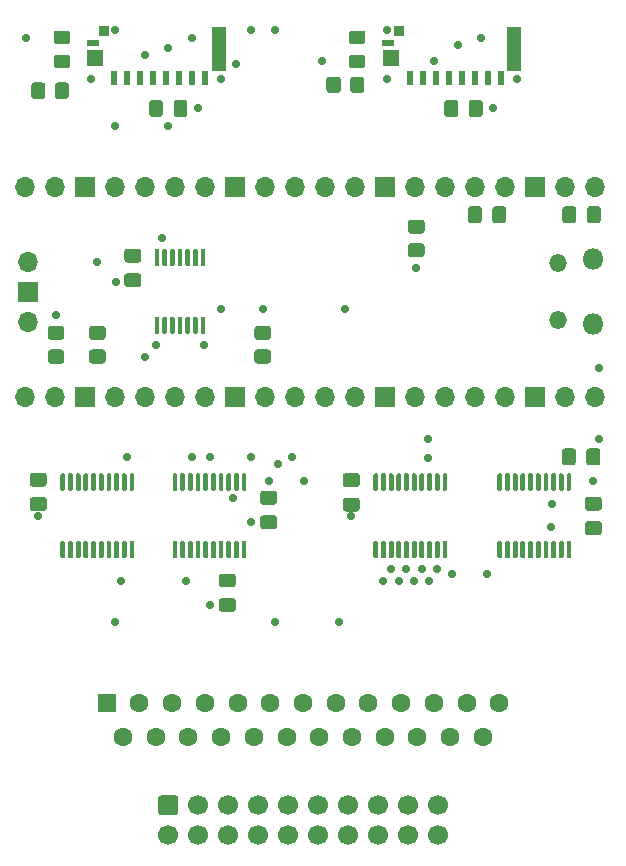
<source format=gbr>
%TF.GenerationSoftware,KiCad,Pcbnew,5.1.9+dfsg1-1*%
%TF.CreationDate,2023-01-11T12:06:23+00:00*%
%TF.ProjectId,Atari_ST_HDD_EMULATOR,41746172-695f-4535-945f-4844445f454d,1.0_dh219*%
%TF.SameCoordinates,Original*%
%TF.FileFunction,Soldermask,Top*%
%TF.FilePolarity,Negative*%
%FSLAX46Y46*%
G04 Gerber Fmt 4.6, Leading zero omitted, Abs format (unit mm)*
G04 Created by KiCad (PCBNEW 5.1.9+dfsg1-1) date 2023-01-11 12:06:23*
%MOMM*%
%LPD*%
G01*
G04 APERTURE LIST*
%ADD10R,0.939800X0.838200*%
%ADD11R,0.990600X0.609600*%
%ADD12R,1.447800X1.397000*%
%ADD13R,1.193800X3.784600*%
%ADD14R,0.609600X1.244600*%
%ADD15O,1.700000X1.700000*%
%ADD16R,1.700000X1.700000*%
%ADD17O,1.500000X1.500000*%
%ADD18O,1.800000X1.800000*%
%ADD19C,1.700000*%
%ADD20C,1.600000*%
%ADD21R,1.600000X1.600000*%
%ADD22C,0.700000*%
G04 APERTURE END LIST*
%TO.C,U6*%
G36*
G01*
X134175000Y-89875000D02*
X133975000Y-89875000D01*
G75*
G02*
X133875000Y-89775000I0J100000D01*
G01*
X133875000Y-88500000D01*
G75*
G02*
X133975000Y-88400000I100000J0D01*
G01*
X134175000Y-88400000D01*
G75*
G02*
X134275000Y-88500000I0J-100000D01*
G01*
X134275000Y-89775000D01*
G75*
G02*
X134175000Y-89875000I-100000J0D01*
G01*
G37*
G36*
G01*
X134825000Y-89875000D02*
X134625000Y-89875000D01*
G75*
G02*
X134525000Y-89775000I0J100000D01*
G01*
X134525000Y-88500000D01*
G75*
G02*
X134625000Y-88400000I100000J0D01*
G01*
X134825000Y-88400000D01*
G75*
G02*
X134925000Y-88500000I0J-100000D01*
G01*
X134925000Y-89775000D01*
G75*
G02*
X134825000Y-89875000I-100000J0D01*
G01*
G37*
G36*
G01*
X135475000Y-89875000D02*
X135275000Y-89875000D01*
G75*
G02*
X135175000Y-89775000I0J100000D01*
G01*
X135175000Y-88500000D01*
G75*
G02*
X135275000Y-88400000I100000J0D01*
G01*
X135475000Y-88400000D01*
G75*
G02*
X135575000Y-88500000I0J-100000D01*
G01*
X135575000Y-89775000D01*
G75*
G02*
X135475000Y-89875000I-100000J0D01*
G01*
G37*
G36*
G01*
X136125000Y-89875000D02*
X135925000Y-89875000D01*
G75*
G02*
X135825000Y-89775000I0J100000D01*
G01*
X135825000Y-88500000D01*
G75*
G02*
X135925000Y-88400000I100000J0D01*
G01*
X136125000Y-88400000D01*
G75*
G02*
X136225000Y-88500000I0J-100000D01*
G01*
X136225000Y-89775000D01*
G75*
G02*
X136125000Y-89875000I-100000J0D01*
G01*
G37*
G36*
G01*
X136775000Y-89875000D02*
X136575000Y-89875000D01*
G75*
G02*
X136475000Y-89775000I0J100000D01*
G01*
X136475000Y-88500000D01*
G75*
G02*
X136575000Y-88400000I100000J0D01*
G01*
X136775000Y-88400000D01*
G75*
G02*
X136875000Y-88500000I0J-100000D01*
G01*
X136875000Y-89775000D01*
G75*
G02*
X136775000Y-89875000I-100000J0D01*
G01*
G37*
G36*
G01*
X137425000Y-89875000D02*
X137225000Y-89875000D01*
G75*
G02*
X137125000Y-89775000I0J100000D01*
G01*
X137125000Y-88500000D01*
G75*
G02*
X137225000Y-88400000I100000J0D01*
G01*
X137425000Y-88400000D01*
G75*
G02*
X137525000Y-88500000I0J-100000D01*
G01*
X137525000Y-89775000D01*
G75*
G02*
X137425000Y-89875000I-100000J0D01*
G01*
G37*
G36*
G01*
X138075000Y-89875000D02*
X137875000Y-89875000D01*
G75*
G02*
X137775000Y-89775000I0J100000D01*
G01*
X137775000Y-88500000D01*
G75*
G02*
X137875000Y-88400000I100000J0D01*
G01*
X138075000Y-88400000D01*
G75*
G02*
X138175000Y-88500000I0J-100000D01*
G01*
X138175000Y-89775000D01*
G75*
G02*
X138075000Y-89875000I-100000J0D01*
G01*
G37*
G36*
G01*
X138725000Y-89875000D02*
X138525000Y-89875000D01*
G75*
G02*
X138425000Y-89775000I0J100000D01*
G01*
X138425000Y-88500000D01*
G75*
G02*
X138525000Y-88400000I100000J0D01*
G01*
X138725000Y-88400000D01*
G75*
G02*
X138825000Y-88500000I0J-100000D01*
G01*
X138825000Y-89775000D01*
G75*
G02*
X138725000Y-89875000I-100000J0D01*
G01*
G37*
G36*
G01*
X139375000Y-89875000D02*
X139175000Y-89875000D01*
G75*
G02*
X139075000Y-89775000I0J100000D01*
G01*
X139075000Y-88500000D01*
G75*
G02*
X139175000Y-88400000I100000J0D01*
G01*
X139375000Y-88400000D01*
G75*
G02*
X139475000Y-88500000I0J-100000D01*
G01*
X139475000Y-89775000D01*
G75*
G02*
X139375000Y-89875000I-100000J0D01*
G01*
G37*
G36*
G01*
X140025000Y-89875000D02*
X139825000Y-89875000D01*
G75*
G02*
X139725000Y-89775000I0J100000D01*
G01*
X139725000Y-88500000D01*
G75*
G02*
X139825000Y-88400000I100000J0D01*
G01*
X140025000Y-88400000D01*
G75*
G02*
X140125000Y-88500000I0J-100000D01*
G01*
X140125000Y-89775000D01*
G75*
G02*
X140025000Y-89875000I-100000J0D01*
G01*
G37*
G36*
G01*
X140025000Y-95600000D02*
X139825000Y-95600000D01*
G75*
G02*
X139725000Y-95500000I0J100000D01*
G01*
X139725000Y-94225000D01*
G75*
G02*
X139825000Y-94125000I100000J0D01*
G01*
X140025000Y-94125000D01*
G75*
G02*
X140125000Y-94225000I0J-100000D01*
G01*
X140125000Y-95500000D01*
G75*
G02*
X140025000Y-95600000I-100000J0D01*
G01*
G37*
G36*
G01*
X139375000Y-95600000D02*
X139175000Y-95600000D01*
G75*
G02*
X139075000Y-95500000I0J100000D01*
G01*
X139075000Y-94225000D01*
G75*
G02*
X139175000Y-94125000I100000J0D01*
G01*
X139375000Y-94125000D01*
G75*
G02*
X139475000Y-94225000I0J-100000D01*
G01*
X139475000Y-95500000D01*
G75*
G02*
X139375000Y-95600000I-100000J0D01*
G01*
G37*
G36*
G01*
X138725000Y-95600000D02*
X138525000Y-95600000D01*
G75*
G02*
X138425000Y-95500000I0J100000D01*
G01*
X138425000Y-94225000D01*
G75*
G02*
X138525000Y-94125000I100000J0D01*
G01*
X138725000Y-94125000D01*
G75*
G02*
X138825000Y-94225000I0J-100000D01*
G01*
X138825000Y-95500000D01*
G75*
G02*
X138725000Y-95600000I-100000J0D01*
G01*
G37*
G36*
G01*
X138075000Y-95600000D02*
X137875000Y-95600000D01*
G75*
G02*
X137775000Y-95500000I0J100000D01*
G01*
X137775000Y-94225000D01*
G75*
G02*
X137875000Y-94125000I100000J0D01*
G01*
X138075000Y-94125000D01*
G75*
G02*
X138175000Y-94225000I0J-100000D01*
G01*
X138175000Y-95500000D01*
G75*
G02*
X138075000Y-95600000I-100000J0D01*
G01*
G37*
G36*
G01*
X137425000Y-95600000D02*
X137225000Y-95600000D01*
G75*
G02*
X137125000Y-95500000I0J100000D01*
G01*
X137125000Y-94225000D01*
G75*
G02*
X137225000Y-94125000I100000J0D01*
G01*
X137425000Y-94125000D01*
G75*
G02*
X137525000Y-94225000I0J-100000D01*
G01*
X137525000Y-95500000D01*
G75*
G02*
X137425000Y-95600000I-100000J0D01*
G01*
G37*
G36*
G01*
X136775000Y-95600000D02*
X136575000Y-95600000D01*
G75*
G02*
X136475000Y-95500000I0J100000D01*
G01*
X136475000Y-94225000D01*
G75*
G02*
X136575000Y-94125000I100000J0D01*
G01*
X136775000Y-94125000D01*
G75*
G02*
X136875000Y-94225000I0J-100000D01*
G01*
X136875000Y-95500000D01*
G75*
G02*
X136775000Y-95600000I-100000J0D01*
G01*
G37*
G36*
G01*
X136125000Y-95600000D02*
X135925000Y-95600000D01*
G75*
G02*
X135825000Y-95500000I0J100000D01*
G01*
X135825000Y-94225000D01*
G75*
G02*
X135925000Y-94125000I100000J0D01*
G01*
X136125000Y-94125000D01*
G75*
G02*
X136225000Y-94225000I0J-100000D01*
G01*
X136225000Y-95500000D01*
G75*
G02*
X136125000Y-95600000I-100000J0D01*
G01*
G37*
G36*
G01*
X135475000Y-95600000D02*
X135275000Y-95600000D01*
G75*
G02*
X135175000Y-95500000I0J100000D01*
G01*
X135175000Y-94225000D01*
G75*
G02*
X135275000Y-94125000I100000J0D01*
G01*
X135475000Y-94125000D01*
G75*
G02*
X135575000Y-94225000I0J-100000D01*
G01*
X135575000Y-95500000D01*
G75*
G02*
X135475000Y-95600000I-100000J0D01*
G01*
G37*
G36*
G01*
X134825000Y-95600000D02*
X134625000Y-95600000D01*
G75*
G02*
X134525000Y-95500000I0J100000D01*
G01*
X134525000Y-94225000D01*
G75*
G02*
X134625000Y-94125000I100000J0D01*
G01*
X134825000Y-94125000D01*
G75*
G02*
X134925000Y-94225000I0J-100000D01*
G01*
X134925000Y-95500000D01*
G75*
G02*
X134825000Y-95600000I-100000J0D01*
G01*
G37*
G36*
G01*
X134175000Y-95600000D02*
X133975000Y-95600000D01*
G75*
G02*
X133875000Y-95500000I0J100000D01*
G01*
X133875000Y-94225000D01*
G75*
G02*
X133975000Y-94125000I100000J0D01*
G01*
X134175000Y-94125000D01*
G75*
G02*
X134275000Y-94225000I0J-100000D01*
G01*
X134275000Y-95500000D01*
G75*
G02*
X134175000Y-95600000I-100000J0D01*
G01*
G37*
%TD*%
%TO.C,U5*%
G36*
G01*
X160675000Y-89875000D02*
X160475000Y-89875000D01*
G75*
G02*
X160375000Y-89775000I0J100000D01*
G01*
X160375000Y-88500000D01*
G75*
G02*
X160475000Y-88400000I100000J0D01*
G01*
X160675000Y-88400000D01*
G75*
G02*
X160775000Y-88500000I0J-100000D01*
G01*
X160775000Y-89775000D01*
G75*
G02*
X160675000Y-89875000I-100000J0D01*
G01*
G37*
G36*
G01*
X161325000Y-89875000D02*
X161125000Y-89875000D01*
G75*
G02*
X161025000Y-89775000I0J100000D01*
G01*
X161025000Y-88500000D01*
G75*
G02*
X161125000Y-88400000I100000J0D01*
G01*
X161325000Y-88400000D01*
G75*
G02*
X161425000Y-88500000I0J-100000D01*
G01*
X161425000Y-89775000D01*
G75*
G02*
X161325000Y-89875000I-100000J0D01*
G01*
G37*
G36*
G01*
X161975000Y-89875000D02*
X161775000Y-89875000D01*
G75*
G02*
X161675000Y-89775000I0J100000D01*
G01*
X161675000Y-88500000D01*
G75*
G02*
X161775000Y-88400000I100000J0D01*
G01*
X161975000Y-88400000D01*
G75*
G02*
X162075000Y-88500000I0J-100000D01*
G01*
X162075000Y-89775000D01*
G75*
G02*
X161975000Y-89875000I-100000J0D01*
G01*
G37*
G36*
G01*
X162625000Y-89875000D02*
X162425000Y-89875000D01*
G75*
G02*
X162325000Y-89775000I0J100000D01*
G01*
X162325000Y-88500000D01*
G75*
G02*
X162425000Y-88400000I100000J0D01*
G01*
X162625000Y-88400000D01*
G75*
G02*
X162725000Y-88500000I0J-100000D01*
G01*
X162725000Y-89775000D01*
G75*
G02*
X162625000Y-89875000I-100000J0D01*
G01*
G37*
G36*
G01*
X163275000Y-89875000D02*
X163075000Y-89875000D01*
G75*
G02*
X162975000Y-89775000I0J100000D01*
G01*
X162975000Y-88500000D01*
G75*
G02*
X163075000Y-88400000I100000J0D01*
G01*
X163275000Y-88400000D01*
G75*
G02*
X163375000Y-88500000I0J-100000D01*
G01*
X163375000Y-89775000D01*
G75*
G02*
X163275000Y-89875000I-100000J0D01*
G01*
G37*
G36*
G01*
X163925000Y-89875000D02*
X163725000Y-89875000D01*
G75*
G02*
X163625000Y-89775000I0J100000D01*
G01*
X163625000Y-88500000D01*
G75*
G02*
X163725000Y-88400000I100000J0D01*
G01*
X163925000Y-88400000D01*
G75*
G02*
X164025000Y-88500000I0J-100000D01*
G01*
X164025000Y-89775000D01*
G75*
G02*
X163925000Y-89875000I-100000J0D01*
G01*
G37*
G36*
G01*
X164575000Y-89875000D02*
X164375000Y-89875000D01*
G75*
G02*
X164275000Y-89775000I0J100000D01*
G01*
X164275000Y-88500000D01*
G75*
G02*
X164375000Y-88400000I100000J0D01*
G01*
X164575000Y-88400000D01*
G75*
G02*
X164675000Y-88500000I0J-100000D01*
G01*
X164675000Y-89775000D01*
G75*
G02*
X164575000Y-89875000I-100000J0D01*
G01*
G37*
G36*
G01*
X165225000Y-89875000D02*
X165025000Y-89875000D01*
G75*
G02*
X164925000Y-89775000I0J100000D01*
G01*
X164925000Y-88500000D01*
G75*
G02*
X165025000Y-88400000I100000J0D01*
G01*
X165225000Y-88400000D01*
G75*
G02*
X165325000Y-88500000I0J-100000D01*
G01*
X165325000Y-89775000D01*
G75*
G02*
X165225000Y-89875000I-100000J0D01*
G01*
G37*
G36*
G01*
X165875000Y-89875000D02*
X165675000Y-89875000D01*
G75*
G02*
X165575000Y-89775000I0J100000D01*
G01*
X165575000Y-88500000D01*
G75*
G02*
X165675000Y-88400000I100000J0D01*
G01*
X165875000Y-88400000D01*
G75*
G02*
X165975000Y-88500000I0J-100000D01*
G01*
X165975000Y-89775000D01*
G75*
G02*
X165875000Y-89875000I-100000J0D01*
G01*
G37*
G36*
G01*
X166525000Y-89875000D02*
X166325000Y-89875000D01*
G75*
G02*
X166225000Y-89775000I0J100000D01*
G01*
X166225000Y-88500000D01*
G75*
G02*
X166325000Y-88400000I100000J0D01*
G01*
X166525000Y-88400000D01*
G75*
G02*
X166625000Y-88500000I0J-100000D01*
G01*
X166625000Y-89775000D01*
G75*
G02*
X166525000Y-89875000I-100000J0D01*
G01*
G37*
G36*
G01*
X166525000Y-95600000D02*
X166325000Y-95600000D01*
G75*
G02*
X166225000Y-95500000I0J100000D01*
G01*
X166225000Y-94225000D01*
G75*
G02*
X166325000Y-94125000I100000J0D01*
G01*
X166525000Y-94125000D01*
G75*
G02*
X166625000Y-94225000I0J-100000D01*
G01*
X166625000Y-95500000D01*
G75*
G02*
X166525000Y-95600000I-100000J0D01*
G01*
G37*
G36*
G01*
X165875000Y-95600000D02*
X165675000Y-95600000D01*
G75*
G02*
X165575000Y-95500000I0J100000D01*
G01*
X165575000Y-94225000D01*
G75*
G02*
X165675000Y-94125000I100000J0D01*
G01*
X165875000Y-94125000D01*
G75*
G02*
X165975000Y-94225000I0J-100000D01*
G01*
X165975000Y-95500000D01*
G75*
G02*
X165875000Y-95600000I-100000J0D01*
G01*
G37*
G36*
G01*
X165225000Y-95600000D02*
X165025000Y-95600000D01*
G75*
G02*
X164925000Y-95500000I0J100000D01*
G01*
X164925000Y-94225000D01*
G75*
G02*
X165025000Y-94125000I100000J0D01*
G01*
X165225000Y-94125000D01*
G75*
G02*
X165325000Y-94225000I0J-100000D01*
G01*
X165325000Y-95500000D01*
G75*
G02*
X165225000Y-95600000I-100000J0D01*
G01*
G37*
G36*
G01*
X164575000Y-95600000D02*
X164375000Y-95600000D01*
G75*
G02*
X164275000Y-95500000I0J100000D01*
G01*
X164275000Y-94225000D01*
G75*
G02*
X164375000Y-94125000I100000J0D01*
G01*
X164575000Y-94125000D01*
G75*
G02*
X164675000Y-94225000I0J-100000D01*
G01*
X164675000Y-95500000D01*
G75*
G02*
X164575000Y-95600000I-100000J0D01*
G01*
G37*
G36*
G01*
X163925000Y-95600000D02*
X163725000Y-95600000D01*
G75*
G02*
X163625000Y-95500000I0J100000D01*
G01*
X163625000Y-94225000D01*
G75*
G02*
X163725000Y-94125000I100000J0D01*
G01*
X163925000Y-94125000D01*
G75*
G02*
X164025000Y-94225000I0J-100000D01*
G01*
X164025000Y-95500000D01*
G75*
G02*
X163925000Y-95600000I-100000J0D01*
G01*
G37*
G36*
G01*
X163275000Y-95600000D02*
X163075000Y-95600000D01*
G75*
G02*
X162975000Y-95500000I0J100000D01*
G01*
X162975000Y-94225000D01*
G75*
G02*
X163075000Y-94125000I100000J0D01*
G01*
X163275000Y-94125000D01*
G75*
G02*
X163375000Y-94225000I0J-100000D01*
G01*
X163375000Y-95500000D01*
G75*
G02*
X163275000Y-95600000I-100000J0D01*
G01*
G37*
G36*
G01*
X162625000Y-95600000D02*
X162425000Y-95600000D01*
G75*
G02*
X162325000Y-95500000I0J100000D01*
G01*
X162325000Y-94225000D01*
G75*
G02*
X162425000Y-94125000I100000J0D01*
G01*
X162625000Y-94125000D01*
G75*
G02*
X162725000Y-94225000I0J-100000D01*
G01*
X162725000Y-95500000D01*
G75*
G02*
X162625000Y-95600000I-100000J0D01*
G01*
G37*
G36*
G01*
X161975000Y-95600000D02*
X161775000Y-95600000D01*
G75*
G02*
X161675000Y-95500000I0J100000D01*
G01*
X161675000Y-94225000D01*
G75*
G02*
X161775000Y-94125000I100000J0D01*
G01*
X161975000Y-94125000D01*
G75*
G02*
X162075000Y-94225000I0J-100000D01*
G01*
X162075000Y-95500000D01*
G75*
G02*
X161975000Y-95600000I-100000J0D01*
G01*
G37*
G36*
G01*
X161325000Y-95600000D02*
X161125000Y-95600000D01*
G75*
G02*
X161025000Y-95500000I0J100000D01*
G01*
X161025000Y-94225000D01*
G75*
G02*
X161125000Y-94125000I100000J0D01*
G01*
X161325000Y-94125000D01*
G75*
G02*
X161425000Y-94225000I0J-100000D01*
G01*
X161425000Y-95500000D01*
G75*
G02*
X161325000Y-95600000I-100000J0D01*
G01*
G37*
G36*
G01*
X160675000Y-95600000D02*
X160475000Y-95600000D01*
G75*
G02*
X160375000Y-95500000I0J100000D01*
G01*
X160375000Y-94225000D01*
G75*
G02*
X160475000Y-94125000I100000J0D01*
G01*
X160675000Y-94125000D01*
G75*
G02*
X160775000Y-94225000I0J-100000D01*
G01*
X160775000Y-95500000D01*
G75*
G02*
X160675000Y-95600000I-100000J0D01*
G01*
G37*
%TD*%
%TO.C,C6*%
G36*
G01*
X131525000Y-90412500D02*
X132475000Y-90412500D01*
G75*
G02*
X132725000Y-90662500I0J-250000D01*
G01*
X132725000Y-91337500D01*
G75*
G02*
X132475000Y-91587500I-250000J0D01*
G01*
X131525000Y-91587500D01*
G75*
G02*
X131275000Y-91337500I0J250000D01*
G01*
X131275000Y-90662500D01*
G75*
G02*
X131525000Y-90412500I250000J0D01*
G01*
G37*
G36*
G01*
X131525000Y-88337500D02*
X132475000Y-88337500D01*
G75*
G02*
X132725000Y-88587500I0J-250000D01*
G01*
X132725000Y-89262500D01*
G75*
G02*
X132475000Y-89512500I-250000J0D01*
G01*
X131525000Y-89512500D01*
G75*
G02*
X131275000Y-89262500I0J250000D01*
G01*
X131275000Y-88587500D01*
G75*
G02*
X131525000Y-88337500I250000J0D01*
G01*
G37*
%TD*%
%TO.C,C1*%
G36*
G01*
X158025000Y-90450000D02*
X158975000Y-90450000D01*
G75*
G02*
X159225000Y-90700000I0J-250000D01*
G01*
X159225000Y-91375000D01*
G75*
G02*
X158975000Y-91625000I-250000J0D01*
G01*
X158025000Y-91625000D01*
G75*
G02*
X157775000Y-91375000I0J250000D01*
G01*
X157775000Y-90700000D01*
G75*
G02*
X158025000Y-90450000I250000J0D01*
G01*
G37*
G36*
G01*
X158025000Y-88375000D02*
X158975000Y-88375000D01*
G75*
G02*
X159225000Y-88625000I0J-250000D01*
G01*
X159225000Y-89300000D01*
G75*
G02*
X158975000Y-89550000I-250000J0D01*
G01*
X158025000Y-89550000D01*
G75*
G02*
X157775000Y-89300000I0J250000D01*
G01*
X157775000Y-88625000D01*
G75*
G02*
X158025000Y-88375000I250000J0D01*
G01*
G37*
%TD*%
%TO.C,C2*%
G36*
G01*
X147525000Y-98950000D02*
X148475000Y-98950000D01*
G75*
G02*
X148725000Y-99200000I0J-250000D01*
G01*
X148725000Y-99875000D01*
G75*
G02*
X148475000Y-100125000I-250000J0D01*
G01*
X147525000Y-100125000D01*
G75*
G02*
X147275000Y-99875000I0J250000D01*
G01*
X147275000Y-99200000D01*
G75*
G02*
X147525000Y-98950000I250000J0D01*
G01*
G37*
G36*
G01*
X147525000Y-96875000D02*
X148475000Y-96875000D01*
G75*
G02*
X148725000Y-97125000I0J-250000D01*
G01*
X148725000Y-97800000D01*
G75*
G02*
X148475000Y-98050000I-250000J0D01*
G01*
X147525000Y-98050000D01*
G75*
G02*
X147275000Y-97800000I0J250000D01*
G01*
X147275000Y-97125000D01*
G75*
G02*
X147525000Y-96875000I250000J0D01*
G01*
G37*
%TD*%
%TO.C,C7*%
G36*
G01*
X139525000Y-71450000D02*
X140475000Y-71450000D01*
G75*
G02*
X140725000Y-71700000I0J-250000D01*
G01*
X140725000Y-72375000D01*
G75*
G02*
X140475000Y-72625000I-250000J0D01*
G01*
X139525000Y-72625000D01*
G75*
G02*
X139275000Y-72375000I0J250000D01*
G01*
X139275000Y-71700000D01*
G75*
G02*
X139525000Y-71450000I250000J0D01*
G01*
G37*
G36*
G01*
X139525000Y-69375000D02*
X140475000Y-69375000D01*
G75*
G02*
X140725000Y-69625000I0J-250000D01*
G01*
X140725000Y-70300000D01*
G75*
G02*
X140475000Y-70550000I-250000J0D01*
G01*
X139525000Y-70550000D01*
G75*
G02*
X139275000Y-70300000I0J250000D01*
G01*
X139275000Y-69625000D01*
G75*
G02*
X139525000Y-69375000I250000J0D01*
G01*
G37*
%TD*%
%TO.C,C3*%
G36*
G01*
X179475000Y-91550000D02*
X178525000Y-91550000D01*
G75*
G02*
X178275000Y-91300000I0J250000D01*
G01*
X178275000Y-90625000D01*
G75*
G02*
X178525000Y-90375000I250000J0D01*
G01*
X179475000Y-90375000D01*
G75*
G02*
X179725000Y-90625000I0J-250000D01*
G01*
X179725000Y-91300000D01*
G75*
G02*
X179475000Y-91550000I-250000J0D01*
G01*
G37*
G36*
G01*
X179475000Y-93625000D02*
X178525000Y-93625000D01*
G75*
G02*
X178275000Y-93375000I0J250000D01*
G01*
X178275000Y-92700000D01*
G75*
G02*
X178525000Y-92450000I250000J0D01*
G01*
X179475000Y-92450000D01*
G75*
G02*
X179725000Y-92700000I0J-250000D01*
G01*
X179725000Y-93375000D01*
G75*
G02*
X179475000Y-93625000I-250000J0D01*
G01*
G37*
%TD*%
%TO.C,C4*%
G36*
G01*
X151025000Y-91950000D02*
X151975000Y-91950000D01*
G75*
G02*
X152225000Y-92200000I0J-250000D01*
G01*
X152225000Y-92875000D01*
G75*
G02*
X151975000Y-93125000I-250000J0D01*
G01*
X151025000Y-93125000D01*
G75*
G02*
X150775000Y-92875000I0J250000D01*
G01*
X150775000Y-92200000D01*
G75*
G02*
X151025000Y-91950000I250000J0D01*
G01*
G37*
G36*
G01*
X151025000Y-89875000D02*
X151975000Y-89875000D01*
G75*
G02*
X152225000Y-90125000I0J-250000D01*
G01*
X152225000Y-90800000D01*
G75*
G02*
X151975000Y-91050000I-250000J0D01*
G01*
X151025000Y-91050000D01*
G75*
G02*
X150775000Y-90800000I0J250000D01*
G01*
X150775000Y-90125000D01*
G75*
G02*
X151025000Y-89875000I250000J0D01*
G01*
G37*
%TD*%
%TO.C,C5*%
G36*
G01*
X178412500Y-87475000D02*
X178412500Y-86525000D01*
G75*
G02*
X178662500Y-86275000I250000J0D01*
G01*
X179337500Y-86275000D01*
G75*
G02*
X179587500Y-86525000I0J-250000D01*
G01*
X179587500Y-87475000D01*
G75*
G02*
X179337500Y-87725000I-250000J0D01*
G01*
X178662500Y-87725000D01*
G75*
G02*
X178412500Y-87475000I0J250000D01*
G01*
G37*
G36*
G01*
X176337500Y-87475000D02*
X176337500Y-86525000D01*
G75*
G02*
X176587500Y-86275000I250000J0D01*
G01*
X177262500Y-86275000D01*
G75*
G02*
X177512500Y-86525000I0J-250000D01*
G01*
X177512500Y-87475000D01*
G75*
G02*
X177262500Y-87725000I-250000J0D01*
G01*
X176587500Y-87725000D01*
G75*
G02*
X176337500Y-87475000I0J250000D01*
G01*
G37*
%TD*%
D10*
%TO.C,J4*%
X137525000Y-50980899D03*
D11*
X136600001Y-51955901D03*
D12*
X136825499Y-53205901D03*
D13*
X147299964Y-52450901D03*
D14*
X146149999Y-54930899D03*
X145050002Y-54930899D03*
X143950001Y-54930899D03*
X142850001Y-54930899D03*
X141750000Y-54930899D03*
X140650000Y-54930899D03*
X139550000Y-54930899D03*
X138449999Y-54930899D03*
%TD*%
D15*
%TO.C,U4*%
X131100000Y-70460000D03*
D16*
X131100000Y-73000000D03*
D15*
X131100000Y-75540000D03*
D17*
X175970000Y-70575000D03*
X175970000Y-75425000D03*
D18*
X179000000Y-70275000D03*
X179000000Y-75725000D03*
D15*
X179130000Y-64110000D03*
X176590000Y-64110000D03*
D16*
X174050000Y-64110000D03*
D15*
X171510000Y-64110000D03*
X168970000Y-64110000D03*
X166430000Y-64110000D03*
X163890000Y-64110000D03*
D16*
X161350000Y-64110000D03*
D15*
X158810000Y-64110000D03*
X156270000Y-64110000D03*
X153730000Y-64110000D03*
X151190000Y-64110000D03*
D16*
X148650000Y-64110000D03*
D15*
X146110000Y-64110000D03*
X143570000Y-64110000D03*
X141030000Y-64110000D03*
X138490000Y-64110000D03*
D16*
X135950000Y-64110000D03*
D15*
X133410000Y-64110000D03*
X130870000Y-64110000D03*
X130870000Y-81890000D03*
X133410000Y-81890000D03*
D16*
X135950000Y-81890000D03*
D15*
X138490000Y-81890000D03*
X141030000Y-81890000D03*
X143570000Y-81890000D03*
X146110000Y-81890000D03*
D16*
X148650000Y-81890000D03*
D15*
X151190000Y-81890000D03*
X153730000Y-81890000D03*
X156270000Y-81890000D03*
X158810000Y-81890000D03*
D16*
X161350000Y-81890000D03*
D15*
X163890000Y-81890000D03*
X166430000Y-81890000D03*
X168970000Y-81890000D03*
X171510000Y-81890000D03*
D16*
X174050000Y-81890000D03*
D15*
X176590000Y-81890000D03*
X179130000Y-81890000D03*
%TD*%
D19*
%TO.C,J2*%
X165860000Y-119040000D03*
X163320000Y-119040000D03*
X160780000Y-119040000D03*
X158240000Y-119040000D03*
X155700000Y-119040000D03*
X153160000Y-119040000D03*
X150620000Y-119040000D03*
X148080000Y-119040000D03*
X145540000Y-119040000D03*
X143000000Y-119040000D03*
X165860000Y-116500000D03*
X163320000Y-116500000D03*
X160780000Y-116500000D03*
X158240000Y-116500000D03*
X155700000Y-116500000D03*
X153160000Y-116500000D03*
X150620000Y-116500000D03*
X148080000Y-116500000D03*
X145540000Y-116500000D03*
G36*
G01*
X142400000Y-115650000D02*
X143600000Y-115650000D01*
G75*
G02*
X143850000Y-115900000I0J-250000D01*
G01*
X143850000Y-117100000D01*
G75*
G02*
X143600000Y-117350000I-250000J0D01*
G01*
X142400000Y-117350000D01*
G75*
G02*
X142150000Y-117100000I0J250000D01*
G01*
X142150000Y-115900000D01*
G75*
G02*
X142400000Y-115650000I250000J0D01*
G01*
G37*
%TD*%
%TO.C,U3*%
G36*
G01*
X142150000Y-70875000D02*
X141950000Y-70875000D01*
G75*
G02*
X141850000Y-70775000I0J100000D01*
G01*
X141850000Y-69500000D01*
G75*
G02*
X141950000Y-69400000I100000J0D01*
G01*
X142150000Y-69400000D01*
G75*
G02*
X142250000Y-69500000I0J-100000D01*
G01*
X142250000Y-70775000D01*
G75*
G02*
X142150000Y-70875000I-100000J0D01*
G01*
G37*
G36*
G01*
X142800000Y-70875000D02*
X142600000Y-70875000D01*
G75*
G02*
X142500000Y-70775000I0J100000D01*
G01*
X142500000Y-69500000D01*
G75*
G02*
X142600000Y-69400000I100000J0D01*
G01*
X142800000Y-69400000D01*
G75*
G02*
X142900000Y-69500000I0J-100000D01*
G01*
X142900000Y-70775000D01*
G75*
G02*
X142800000Y-70875000I-100000J0D01*
G01*
G37*
G36*
G01*
X143450000Y-70875000D02*
X143250000Y-70875000D01*
G75*
G02*
X143150000Y-70775000I0J100000D01*
G01*
X143150000Y-69500000D01*
G75*
G02*
X143250000Y-69400000I100000J0D01*
G01*
X143450000Y-69400000D01*
G75*
G02*
X143550000Y-69500000I0J-100000D01*
G01*
X143550000Y-70775000D01*
G75*
G02*
X143450000Y-70875000I-100000J0D01*
G01*
G37*
G36*
G01*
X144100000Y-70875000D02*
X143900000Y-70875000D01*
G75*
G02*
X143800000Y-70775000I0J100000D01*
G01*
X143800000Y-69500000D01*
G75*
G02*
X143900000Y-69400000I100000J0D01*
G01*
X144100000Y-69400000D01*
G75*
G02*
X144200000Y-69500000I0J-100000D01*
G01*
X144200000Y-70775000D01*
G75*
G02*
X144100000Y-70875000I-100000J0D01*
G01*
G37*
G36*
G01*
X144750000Y-70875000D02*
X144550000Y-70875000D01*
G75*
G02*
X144450000Y-70775000I0J100000D01*
G01*
X144450000Y-69500000D01*
G75*
G02*
X144550000Y-69400000I100000J0D01*
G01*
X144750000Y-69400000D01*
G75*
G02*
X144850000Y-69500000I0J-100000D01*
G01*
X144850000Y-70775000D01*
G75*
G02*
X144750000Y-70875000I-100000J0D01*
G01*
G37*
G36*
G01*
X145400000Y-70875000D02*
X145200000Y-70875000D01*
G75*
G02*
X145100000Y-70775000I0J100000D01*
G01*
X145100000Y-69500000D01*
G75*
G02*
X145200000Y-69400000I100000J0D01*
G01*
X145400000Y-69400000D01*
G75*
G02*
X145500000Y-69500000I0J-100000D01*
G01*
X145500000Y-70775000D01*
G75*
G02*
X145400000Y-70875000I-100000J0D01*
G01*
G37*
G36*
G01*
X146050000Y-70875000D02*
X145850000Y-70875000D01*
G75*
G02*
X145750000Y-70775000I0J100000D01*
G01*
X145750000Y-69500000D01*
G75*
G02*
X145850000Y-69400000I100000J0D01*
G01*
X146050000Y-69400000D01*
G75*
G02*
X146150000Y-69500000I0J-100000D01*
G01*
X146150000Y-70775000D01*
G75*
G02*
X146050000Y-70875000I-100000J0D01*
G01*
G37*
G36*
G01*
X146050000Y-76600000D02*
X145850000Y-76600000D01*
G75*
G02*
X145750000Y-76500000I0J100000D01*
G01*
X145750000Y-75225000D01*
G75*
G02*
X145850000Y-75125000I100000J0D01*
G01*
X146050000Y-75125000D01*
G75*
G02*
X146150000Y-75225000I0J-100000D01*
G01*
X146150000Y-76500000D01*
G75*
G02*
X146050000Y-76600000I-100000J0D01*
G01*
G37*
G36*
G01*
X145400000Y-76600000D02*
X145200000Y-76600000D01*
G75*
G02*
X145100000Y-76500000I0J100000D01*
G01*
X145100000Y-75225000D01*
G75*
G02*
X145200000Y-75125000I100000J0D01*
G01*
X145400000Y-75125000D01*
G75*
G02*
X145500000Y-75225000I0J-100000D01*
G01*
X145500000Y-76500000D01*
G75*
G02*
X145400000Y-76600000I-100000J0D01*
G01*
G37*
G36*
G01*
X144750000Y-76600000D02*
X144550000Y-76600000D01*
G75*
G02*
X144450000Y-76500000I0J100000D01*
G01*
X144450000Y-75225000D01*
G75*
G02*
X144550000Y-75125000I100000J0D01*
G01*
X144750000Y-75125000D01*
G75*
G02*
X144850000Y-75225000I0J-100000D01*
G01*
X144850000Y-76500000D01*
G75*
G02*
X144750000Y-76600000I-100000J0D01*
G01*
G37*
G36*
G01*
X144100000Y-76600000D02*
X143900000Y-76600000D01*
G75*
G02*
X143800000Y-76500000I0J100000D01*
G01*
X143800000Y-75225000D01*
G75*
G02*
X143900000Y-75125000I100000J0D01*
G01*
X144100000Y-75125000D01*
G75*
G02*
X144200000Y-75225000I0J-100000D01*
G01*
X144200000Y-76500000D01*
G75*
G02*
X144100000Y-76600000I-100000J0D01*
G01*
G37*
G36*
G01*
X143450000Y-76600000D02*
X143250000Y-76600000D01*
G75*
G02*
X143150000Y-76500000I0J100000D01*
G01*
X143150000Y-75225000D01*
G75*
G02*
X143250000Y-75125000I100000J0D01*
G01*
X143450000Y-75125000D01*
G75*
G02*
X143550000Y-75225000I0J-100000D01*
G01*
X143550000Y-76500000D01*
G75*
G02*
X143450000Y-76600000I-100000J0D01*
G01*
G37*
G36*
G01*
X142800000Y-76600000D02*
X142600000Y-76600000D01*
G75*
G02*
X142500000Y-76500000I0J100000D01*
G01*
X142500000Y-75225000D01*
G75*
G02*
X142600000Y-75125000I100000J0D01*
G01*
X142800000Y-75125000D01*
G75*
G02*
X142900000Y-75225000I0J-100000D01*
G01*
X142900000Y-76500000D01*
G75*
G02*
X142800000Y-76600000I-100000J0D01*
G01*
G37*
G36*
G01*
X142150000Y-76600000D02*
X141950000Y-76600000D01*
G75*
G02*
X141850000Y-76500000I0J100000D01*
G01*
X141850000Y-75225000D01*
G75*
G02*
X141950000Y-75125000I100000J0D01*
G01*
X142150000Y-75125000D01*
G75*
G02*
X142250000Y-75225000I0J-100000D01*
G01*
X142250000Y-76500000D01*
G75*
G02*
X142150000Y-76600000I-100000J0D01*
G01*
G37*
%TD*%
%TO.C,R1*%
G36*
G01*
X163549999Y-68900000D02*
X164450001Y-68900000D01*
G75*
G02*
X164700000Y-69149999I0J-249999D01*
G01*
X164700000Y-69850001D01*
G75*
G02*
X164450001Y-70100000I-249999J0D01*
G01*
X163549999Y-70100000D01*
G75*
G02*
X163300000Y-69850001I0J249999D01*
G01*
X163300000Y-69149999D01*
G75*
G02*
X163549999Y-68900000I249999J0D01*
G01*
G37*
G36*
G01*
X163549999Y-66900000D02*
X164450001Y-66900000D01*
G75*
G02*
X164700000Y-67149999I0J-249999D01*
G01*
X164700000Y-67850001D01*
G75*
G02*
X164450001Y-68100000I-249999J0D01*
G01*
X163549999Y-68100000D01*
G75*
G02*
X163300000Y-67850001I0J249999D01*
G01*
X163300000Y-67149999D01*
G75*
G02*
X163549999Y-66900000I249999J0D01*
G01*
G37*
%TD*%
%TO.C,R4*%
G36*
G01*
X150549999Y-77900000D02*
X151450001Y-77900000D01*
G75*
G02*
X151700000Y-78149999I0J-249999D01*
G01*
X151700000Y-78850001D01*
G75*
G02*
X151450001Y-79100000I-249999J0D01*
G01*
X150549999Y-79100000D01*
G75*
G02*
X150300000Y-78850001I0J249999D01*
G01*
X150300000Y-78149999D01*
G75*
G02*
X150549999Y-77900000I249999J0D01*
G01*
G37*
G36*
G01*
X150549999Y-75900000D02*
X151450001Y-75900000D01*
G75*
G02*
X151700000Y-76149999I0J-249999D01*
G01*
X151700000Y-76850001D01*
G75*
G02*
X151450001Y-77100000I-249999J0D01*
G01*
X150549999Y-77100000D01*
G75*
G02*
X150300000Y-76850001I0J249999D01*
G01*
X150300000Y-76149999D01*
G75*
G02*
X150549999Y-75900000I249999J0D01*
G01*
G37*
%TD*%
%TO.C,R3*%
G36*
G01*
X136549999Y-77900000D02*
X137450001Y-77900000D01*
G75*
G02*
X137700000Y-78149999I0J-249999D01*
G01*
X137700000Y-78850001D01*
G75*
G02*
X137450001Y-79100000I-249999J0D01*
G01*
X136549999Y-79100000D01*
G75*
G02*
X136300000Y-78850001I0J249999D01*
G01*
X136300000Y-78149999D01*
G75*
G02*
X136549999Y-77900000I249999J0D01*
G01*
G37*
G36*
G01*
X136549999Y-75900000D02*
X137450001Y-75900000D01*
G75*
G02*
X137700000Y-76149999I0J-249999D01*
G01*
X137700000Y-76850001D01*
G75*
G02*
X137450001Y-77100000I-249999J0D01*
G01*
X136549999Y-77100000D01*
G75*
G02*
X136300000Y-76850001I0J249999D01*
G01*
X136300000Y-76149999D01*
G75*
G02*
X136549999Y-75900000I249999J0D01*
G01*
G37*
%TD*%
%TO.C,R2*%
G36*
G01*
X133950001Y-77100000D02*
X133049999Y-77100000D01*
G75*
G02*
X132800000Y-76850001I0J249999D01*
G01*
X132800000Y-76149999D01*
G75*
G02*
X133049999Y-75900000I249999J0D01*
G01*
X133950001Y-75900000D01*
G75*
G02*
X134200000Y-76149999I0J-249999D01*
G01*
X134200000Y-76850001D01*
G75*
G02*
X133950001Y-77100000I-249999J0D01*
G01*
G37*
G36*
G01*
X133950001Y-79100000D02*
X133049999Y-79100000D01*
G75*
G02*
X132800000Y-78850001I0J249999D01*
G01*
X132800000Y-78149999D01*
G75*
G02*
X133049999Y-77900000I249999J0D01*
G01*
X133950001Y-77900000D01*
G75*
G02*
X134200000Y-78149999I0J-249999D01*
G01*
X134200000Y-78850001D01*
G75*
G02*
X133950001Y-79100000I-249999J0D01*
G01*
G37*
%TD*%
%TO.C,R5*%
G36*
G01*
X157600000Y-55049999D02*
X157600000Y-55950001D01*
G75*
G02*
X157350001Y-56200000I-249999J0D01*
G01*
X156649999Y-56200000D01*
G75*
G02*
X156400000Y-55950001I0J249999D01*
G01*
X156400000Y-55049999D01*
G75*
G02*
X156649999Y-54800000I249999J0D01*
G01*
X157350001Y-54800000D01*
G75*
G02*
X157600000Y-55049999I0J-249999D01*
G01*
G37*
G36*
G01*
X159600000Y-55049999D02*
X159600000Y-55950001D01*
G75*
G02*
X159350001Y-56200000I-249999J0D01*
G01*
X158649999Y-56200000D01*
G75*
G02*
X158400000Y-55950001I0J249999D01*
G01*
X158400000Y-55049999D01*
G75*
G02*
X158649999Y-54800000I249999J0D01*
G01*
X159350001Y-54800000D01*
G75*
G02*
X159600000Y-55049999I0J-249999D01*
G01*
G37*
%TD*%
%TO.C,R6*%
G36*
G01*
X132600000Y-55549999D02*
X132600000Y-56450001D01*
G75*
G02*
X132350001Y-56700000I-249999J0D01*
G01*
X131649999Y-56700000D01*
G75*
G02*
X131400000Y-56450001I0J249999D01*
G01*
X131400000Y-55549999D01*
G75*
G02*
X131649999Y-55300000I249999J0D01*
G01*
X132350001Y-55300000D01*
G75*
G02*
X132600000Y-55549999I0J-249999D01*
G01*
G37*
G36*
G01*
X134600000Y-55549999D02*
X134600000Y-56450001D01*
G75*
G02*
X134350001Y-56700000I-249999J0D01*
G01*
X133649999Y-56700000D01*
G75*
G02*
X133400000Y-56450001I0J249999D01*
G01*
X133400000Y-55549999D01*
G75*
G02*
X133649999Y-55300000I249999J0D01*
G01*
X134350001Y-55300000D01*
G75*
G02*
X134600000Y-55549999I0J-249999D01*
G01*
G37*
%TD*%
%TO.C,D1*%
G36*
G01*
X159450001Y-52050000D02*
X158549999Y-52050000D01*
G75*
G02*
X158300000Y-51800001I0J249999D01*
G01*
X158300000Y-51149999D01*
G75*
G02*
X158549999Y-50900000I249999J0D01*
G01*
X159450001Y-50900000D01*
G75*
G02*
X159700000Y-51149999I0J-249999D01*
G01*
X159700000Y-51800001D01*
G75*
G02*
X159450001Y-52050000I-249999J0D01*
G01*
G37*
G36*
G01*
X159450001Y-54100000D02*
X158549999Y-54100000D01*
G75*
G02*
X158300000Y-53850001I0J249999D01*
G01*
X158300000Y-53199999D01*
G75*
G02*
X158549999Y-52950000I249999J0D01*
G01*
X159450001Y-52950000D01*
G75*
G02*
X159700000Y-53199999I0J-249999D01*
G01*
X159700000Y-53850001D01*
G75*
G02*
X159450001Y-54100000I-249999J0D01*
G01*
G37*
%TD*%
%TO.C,D2*%
G36*
G01*
X134450001Y-52050000D02*
X133549999Y-52050000D01*
G75*
G02*
X133300000Y-51800001I0J249999D01*
G01*
X133300000Y-51149999D01*
G75*
G02*
X133549999Y-50900000I249999J0D01*
G01*
X134450001Y-50900000D01*
G75*
G02*
X134700000Y-51149999I0J-249999D01*
G01*
X134700000Y-51800001D01*
G75*
G02*
X134450001Y-52050000I-249999J0D01*
G01*
G37*
G36*
G01*
X134450001Y-54100000D02*
X133549999Y-54100000D01*
G75*
G02*
X133300000Y-53850001I0J249999D01*
G01*
X133300000Y-53199999D01*
G75*
G02*
X133549999Y-52950000I249999J0D01*
G01*
X134450001Y-52950000D01*
G75*
G02*
X134700000Y-53199999I0J-249999D01*
G01*
X134700000Y-53850001D01*
G75*
G02*
X134450001Y-54100000I-249999J0D01*
G01*
G37*
%TD*%
%TO.C,C10*%
G36*
G01*
X143450000Y-57975000D02*
X143450000Y-57025000D01*
G75*
G02*
X143700000Y-56775000I250000J0D01*
G01*
X144375000Y-56775000D01*
G75*
G02*
X144625000Y-57025000I0J-250000D01*
G01*
X144625000Y-57975000D01*
G75*
G02*
X144375000Y-58225000I-250000J0D01*
G01*
X143700000Y-58225000D01*
G75*
G02*
X143450000Y-57975000I0J250000D01*
G01*
G37*
G36*
G01*
X141375000Y-57975000D02*
X141375000Y-57025000D01*
G75*
G02*
X141625000Y-56775000I250000J0D01*
G01*
X142300000Y-56775000D01*
G75*
G02*
X142550000Y-57025000I0J-250000D01*
G01*
X142550000Y-57975000D01*
G75*
G02*
X142300000Y-58225000I-250000J0D01*
G01*
X141625000Y-58225000D01*
G75*
G02*
X141375000Y-57975000I0J250000D01*
G01*
G37*
%TD*%
%TO.C,C9*%
G36*
G01*
X168450000Y-57975000D02*
X168450000Y-57025000D01*
G75*
G02*
X168700000Y-56775000I250000J0D01*
G01*
X169375000Y-56775000D01*
G75*
G02*
X169625000Y-57025000I0J-250000D01*
G01*
X169625000Y-57975000D01*
G75*
G02*
X169375000Y-58225000I-250000J0D01*
G01*
X168700000Y-58225000D01*
G75*
G02*
X168450000Y-57975000I0J250000D01*
G01*
G37*
G36*
G01*
X166375000Y-57975000D02*
X166375000Y-57025000D01*
G75*
G02*
X166625000Y-56775000I250000J0D01*
G01*
X167300000Y-56775000D01*
G75*
G02*
X167550000Y-57025000I0J-250000D01*
G01*
X167550000Y-57975000D01*
G75*
G02*
X167300000Y-58225000I-250000J0D01*
G01*
X166625000Y-58225000D01*
G75*
G02*
X166375000Y-57975000I0J250000D01*
G01*
G37*
%TD*%
%TO.C,C11*%
G36*
G01*
X170450000Y-66975000D02*
X170450000Y-66025000D01*
G75*
G02*
X170700000Y-65775000I250000J0D01*
G01*
X171375000Y-65775000D01*
G75*
G02*
X171625000Y-66025000I0J-250000D01*
G01*
X171625000Y-66975000D01*
G75*
G02*
X171375000Y-67225000I-250000J0D01*
G01*
X170700000Y-67225000D01*
G75*
G02*
X170450000Y-66975000I0J250000D01*
G01*
G37*
G36*
G01*
X168375000Y-66975000D02*
X168375000Y-66025000D01*
G75*
G02*
X168625000Y-65775000I250000J0D01*
G01*
X169300000Y-65775000D01*
G75*
G02*
X169550000Y-66025000I0J-250000D01*
G01*
X169550000Y-66975000D01*
G75*
G02*
X169300000Y-67225000I-250000J0D01*
G01*
X168625000Y-67225000D01*
G75*
G02*
X168375000Y-66975000I0J250000D01*
G01*
G37*
%TD*%
%TO.C,C8*%
G36*
G01*
X177550000Y-66025000D02*
X177550000Y-66975000D01*
G75*
G02*
X177300000Y-67225000I-250000J0D01*
G01*
X176625000Y-67225000D01*
G75*
G02*
X176375000Y-66975000I0J250000D01*
G01*
X176375000Y-66025000D01*
G75*
G02*
X176625000Y-65775000I250000J0D01*
G01*
X177300000Y-65775000D01*
G75*
G02*
X177550000Y-66025000I0J-250000D01*
G01*
G37*
G36*
G01*
X179625000Y-66025000D02*
X179625000Y-66975000D01*
G75*
G02*
X179375000Y-67225000I-250000J0D01*
G01*
X178700000Y-67225000D01*
G75*
G02*
X178450000Y-66975000I0J250000D01*
G01*
X178450000Y-66025000D01*
G75*
G02*
X178700000Y-65775000I250000J0D01*
G01*
X179375000Y-65775000D01*
G75*
G02*
X179625000Y-66025000I0J-250000D01*
G01*
G37*
%TD*%
%TO.C,U2*%
G36*
G01*
X149325000Y-94125000D02*
X149525000Y-94125000D01*
G75*
G02*
X149625000Y-94225000I0J-100000D01*
G01*
X149625000Y-95500000D01*
G75*
G02*
X149525000Y-95600000I-100000J0D01*
G01*
X149325000Y-95600000D01*
G75*
G02*
X149225000Y-95500000I0J100000D01*
G01*
X149225000Y-94225000D01*
G75*
G02*
X149325000Y-94125000I100000J0D01*
G01*
G37*
G36*
G01*
X148675000Y-94125000D02*
X148875000Y-94125000D01*
G75*
G02*
X148975000Y-94225000I0J-100000D01*
G01*
X148975000Y-95500000D01*
G75*
G02*
X148875000Y-95600000I-100000J0D01*
G01*
X148675000Y-95600000D01*
G75*
G02*
X148575000Y-95500000I0J100000D01*
G01*
X148575000Y-94225000D01*
G75*
G02*
X148675000Y-94125000I100000J0D01*
G01*
G37*
G36*
G01*
X148025000Y-94125000D02*
X148225000Y-94125000D01*
G75*
G02*
X148325000Y-94225000I0J-100000D01*
G01*
X148325000Y-95500000D01*
G75*
G02*
X148225000Y-95600000I-100000J0D01*
G01*
X148025000Y-95600000D01*
G75*
G02*
X147925000Y-95500000I0J100000D01*
G01*
X147925000Y-94225000D01*
G75*
G02*
X148025000Y-94125000I100000J0D01*
G01*
G37*
G36*
G01*
X147375000Y-94125000D02*
X147575000Y-94125000D01*
G75*
G02*
X147675000Y-94225000I0J-100000D01*
G01*
X147675000Y-95500000D01*
G75*
G02*
X147575000Y-95600000I-100000J0D01*
G01*
X147375000Y-95600000D01*
G75*
G02*
X147275000Y-95500000I0J100000D01*
G01*
X147275000Y-94225000D01*
G75*
G02*
X147375000Y-94125000I100000J0D01*
G01*
G37*
G36*
G01*
X146725000Y-94125000D02*
X146925000Y-94125000D01*
G75*
G02*
X147025000Y-94225000I0J-100000D01*
G01*
X147025000Y-95500000D01*
G75*
G02*
X146925000Y-95600000I-100000J0D01*
G01*
X146725000Y-95600000D01*
G75*
G02*
X146625000Y-95500000I0J100000D01*
G01*
X146625000Y-94225000D01*
G75*
G02*
X146725000Y-94125000I100000J0D01*
G01*
G37*
G36*
G01*
X146075000Y-94125000D02*
X146275000Y-94125000D01*
G75*
G02*
X146375000Y-94225000I0J-100000D01*
G01*
X146375000Y-95500000D01*
G75*
G02*
X146275000Y-95600000I-100000J0D01*
G01*
X146075000Y-95600000D01*
G75*
G02*
X145975000Y-95500000I0J100000D01*
G01*
X145975000Y-94225000D01*
G75*
G02*
X146075000Y-94125000I100000J0D01*
G01*
G37*
G36*
G01*
X145425000Y-94125000D02*
X145625000Y-94125000D01*
G75*
G02*
X145725000Y-94225000I0J-100000D01*
G01*
X145725000Y-95500000D01*
G75*
G02*
X145625000Y-95600000I-100000J0D01*
G01*
X145425000Y-95600000D01*
G75*
G02*
X145325000Y-95500000I0J100000D01*
G01*
X145325000Y-94225000D01*
G75*
G02*
X145425000Y-94125000I100000J0D01*
G01*
G37*
G36*
G01*
X144775000Y-94125000D02*
X144975000Y-94125000D01*
G75*
G02*
X145075000Y-94225000I0J-100000D01*
G01*
X145075000Y-95500000D01*
G75*
G02*
X144975000Y-95600000I-100000J0D01*
G01*
X144775000Y-95600000D01*
G75*
G02*
X144675000Y-95500000I0J100000D01*
G01*
X144675000Y-94225000D01*
G75*
G02*
X144775000Y-94125000I100000J0D01*
G01*
G37*
G36*
G01*
X144125000Y-94125000D02*
X144325000Y-94125000D01*
G75*
G02*
X144425000Y-94225000I0J-100000D01*
G01*
X144425000Y-95500000D01*
G75*
G02*
X144325000Y-95600000I-100000J0D01*
G01*
X144125000Y-95600000D01*
G75*
G02*
X144025000Y-95500000I0J100000D01*
G01*
X144025000Y-94225000D01*
G75*
G02*
X144125000Y-94125000I100000J0D01*
G01*
G37*
G36*
G01*
X143475000Y-94125000D02*
X143675000Y-94125000D01*
G75*
G02*
X143775000Y-94225000I0J-100000D01*
G01*
X143775000Y-95500000D01*
G75*
G02*
X143675000Y-95600000I-100000J0D01*
G01*
X143475000Y-95600000D01*
G75*
G02*
X143375000Y-95500000I0J100000D01*
G01*
X143375000Y-94225000D01*
G75*
G02*
X143475000Y-94125000I100000J0D01*
G01*
G37*
G36*
G01*
X143475000Y-88400000D02*
X143675000Y-88400000D01*
G75*
G02*
X143775000Y-88500000I0J-100000D01*
G01*
X143775000Y-89775000D01*
G75*
G02*
X143675000Y-89875000I-100000J0D01*
G01*
X143475000Y-89875000D01*
G75*
G02*
X143375000Y-89775000I0J100000D01*
G01*
X143375000Y-88500000D01*
G75*
G02*
X143475000Y-88400000I100000J0D01*
G01*
G37*
G36*
G01*
X144125000Y-88400000D02*
X144325000Y-88400000D01*
G75*
G02*
X144425000Y-88500000I0J-100000D01*
G01*
X144425000Y-89775000D01*
G75*
G02*
X144325000Y-89875000I-100000J0D01*
G01*
X144125000Y-89875000D01*
G75*
G02*
X144025000Y-89775000I0J100000D01*
G01*
X144025000Y-88500000D01*
G75*
G02*
X144125000Y-88400000I100000J0D01*
G01*
G37*
G36*
G01*
X144775000Y-88400000D02*
X144975000Y-88400000D01*
G75*
G02*
X145075000Y-88500000I0J-100000D01*
G01*
X145075000Y-89775000D01*
G75*
G02*
X144975000Y-89875000I-100000J0D01*
G01*
X144775000Y-89875000D01*
G75*
G02*
X144675000Y-89775000I0J100000D01*
G01*
X144675000Y-88500000D01*
G75*
G02*
X144775000Y-88400000I100000J0D01*
G01*
G37*
G36*
G01*
X145425000Y-88400000D02*
X145625000Y-88400000D01*
G75*
G02*
X145725000Y-88500000I0J-100000D01*
G01*
X145725000Y-89775000D01*
G75*
G02*
X145625000Y-89875000I-100000J0D01*
G01*
X145425000Y-89875000D01*
G75*
G02*
X145325000Y-89775000I0J100000D01*
G01*
X145325000Y-88500000D01*
G75*
G02*
X145425000Y-88400000I100000J0D01*
G01*
G37*
G36*
G01*
X146075000Y-88400000D02*
X146275000Y-88400000D01*
G75*
G02*
X146375000Y-88500000I0J-100000D01*
G01*
X146375000Y-89775000D01*
G75*
G02*
X146275000Y-89875000I-100000J0D01*
G01*
X146075000Y-89875000D01*
G75*
G02*
X145975000Y-89775000I0J100000D01*
G01*
X145975000Y-88500000D01*
G75*
G02*
X146075000Y-88400000I100000J0D01*
G01*
G37*
G36*
G01*
X146725000Y-88400000D02*
X146925000Y-88400000D01*
G75*
G02*
X147025000Y-88500000I0J-100000D01*
G01*
X147025000Y-89775000D01*
G75*
G02*
X146925000Y-89875000I-100000J0D01*
G01*
X146725000Y-89875000D01*
G75*
G02*
X146625000Y-89775000I0J100000D01*
G01*
X146625000Y-88500000D01*
G75*
G02*
X146725000Y-88400000I100000J0D01*
G01*
G37*
G36*
G01*
X147375000Y-88400000D02*
X147575000Y-88400000D01*
G75*
G02*
X147675000Y-88500000I0J-100000D01*
G01*
X147675000Y-89775000D01*
G75*
G02*
X147575000Y-89875000I-100000J0D01*
G01*
X147375000Y-89875000D01*
G75*
G02*
X147275000Y-89775000I0J100000D01*
G01*
X147275000Y-88500000D01*
G75*
G02*
X147375000Y-88400000I100000J0D01*
G01*
G37*
G36*
G01*
X148025000Y-88400000D02*
X148225000Y-88400000D01*
G75*
G02*
X148325000Y-88500000I0J-100000D01*
G01*
X148325000Y-89775000D01*
G75*
G02*
X148225000Y-89875000I-100000J0D01*
G01*
X148025000Y-89875000D01*
G75*
G02*
X147925000Y-89775000I0J100000D01*
G01*
X147925000Y-88500000D01*
G75*
G02*
X148025000Y-88400000I100000J0D01*
G01*
G37*
G36*
G01*
X148675000Y-88400000D02*
X148875000Y-88400000D01*
G75*
G02*
X148975000Y-88500000I0J-100000D01*
G01*
X148975000Y-89775000D01*
G75*
G02*
X148875000Y-89875000I-100000J0D01*
G01*
X148675000Y-89875000D01*
G75*
G02*
X148575000Y-89775000I0J100000D01*
G01*
X148575000Y-88500000D01*
G75*
G02*
X148675000Y-88400000I100000J0D01*
G01*
G37*
G36*
G01*
X149325000Y-88400000D02*
X149525000Y-88400000D01*
G75*
G02*
X149625000Y-88500000I0J-100000D01*
G01*
X149625000Y-89775000D01*
G75*
G02*
X149525000Y-89875000I-100000J0D01*
G01*
X149325000Y-89875000D01*
G75*
G02*
X149225000Y-89775000I0J100000D01*
G01*
X149225000Y-88500000D01*
G75*
G02*
X149325000Y-88400000I100000J0D01*
G01*
G37*
%TD*%
%TO.C,U1*%
G36*
G01*
X176825000Y-94125000D02*
X177025000Y-94125000D01*
G75*
G02*
X177125000Y-94225000I0J-100000D01*
G01*
X177125000Y-95500000D01*
G75*
G02*
X177025000Y-95600000I-100000J0D01*
G01*
X176825000Y-95600000D01*
G75*
G02*
X176725000Y-95500000I0J100000D01*
G01*
X176725000Y-94225000D01*
G75*
G02*
X176825000Y-94125000I100000J0D01*
G01*
G37*
G36*
G01*
X176175000Y-94125000D02*
X176375000Y-94125000D01*
G75*
G02*
X176475000Y-94225000I0J-100000D01*
G01*
X176475000Y-95500000D01*
G75*
G02*
X176375000Y-95600000I-100000J0D01*
G01*
X176175000Y-95600000D01*
G75*
G02*
X176075000Y-95500000I0J100000D01*
G01*
X176075000Y-94225000D01*
G75*
G02*
X176175000Y-94125000I100000J0D01*
G01*
G37*
G36*
G01*
X175525000Y-94125000D02*
X175725000Y-94125000D01*
G75*
G02*
X175825000Y-94225000I0J-100000D01*
G01*
X175825000Y-95500000D01*
G75*
G02*
X175725000Y-95600000I-100000J0D01*
G01*
X175525000Y-95600000D01*
G75*
G02*
X175425000Y-95500000I0J100000D01*
G01*
X175425000Y-94225000D01*
G75*
G02*
X175525000Y-94125000I100000J0D01*
G01*
G37*
G36*
G01*
X174875000Y-94125000D02*
X175075000Y-94125000D01*
G75*
G02*
X175175000Y-94225000I0J-100000D01*
G01*
X175175000Y-95500000D01*
G75*
G02*
X175075000Y-95600000I-100000J0D01*
G01*
X174875000Y-95600000D01*
G75*
G02*
X174775000Y-95500000I0J100000D01*
G01*
X174775000Y-94225000D01*
G75*
G02*
X174875000Y-94125000I100000J0D01*
G01*
G37*
G36*
G01*
X174225000Y-94125000D02*
X174425000Y-94125000D01*
G75*
G02*
X174525000Y-94225000I0J-100000D01*
G01*
X174525000Y-95500000D01*
G75*
G02*
X174425000Y-95600000I-100000J0D01*
G01*
X174225000Y-95600000D01*
G75*
G02*
X174125000Y-95500000I0J100000D01*
G01*
X174125000Y-94225000D01*
G75*
G02*
X174225000Y-94125000I100000J0D01*
G01*
G37*
G36*
G01*
X173575000Y-94125000D02*
X173775000Y-94125000D01*
G75*
G02*
X173875000Y-94225000I0J-100000D01*
G01*
X173875000Y-95500000D01*
G75*
G02*
X173775000Y-95600000I-100000J0D01*
G01*
X173575000Y-95600000D01*
G75*
G02*
X173475000Y-95500000I0J100000D01*
G01*
X173475000Y-94225000D01*
G75*
G02*
X173575000Y-94125000I100000J0D01*
G01*
G37*
G36*
G01*
X172925000Y-94125000D02*
X173125000Y-94125000D01*
G75*
G02*
X173225000Y-94225000I0J-100000D01*
G01*
X173225000Y-95500000D01*
G75*
G02*
X173125000Y-95600000I-100000J0D01*
G01*
X172925000Y-95600000D01*
G75*
G02*
X172825000Y-95500000I0J100000D01*
G01*
X172825000Y-94225000D01*
G75*
G02*
X172925000Y-94125000I100000J0D01*
G01*
G37*
G36*
G01*
X172275000Y-94125000D02*
X172475000Y-94125000D01*
G75*
G02*
X172575000Y-94225000I0J-100000D01*
G01*
X172575000Y-95500000D01*
G75*
G02*
X172475000Y-95600000I-100000J0D01*
G01*
X172275000Y-95600000D01*
G75*
G02*
X172175000Y-95500000I0J100000D01*
G01*
X172175000Y-94225000D01*
G75*
G02*
X172275000Y-94125000I100000J0D01*
G01*
G37*
G36*
G01*
X171625000Y-94125000D02*
X171825000Y-94125000D01*
G75*
G02*
X171925000Y-94225000I0J-100000D01*
G01*
X171925000Y-95500000D01*
G75*
G02*
X171825000Y-95600000I-100000J0D01*
G01*
X171625000Y-95600000D01*
G75*
G02*
X171525000Y-95500000I0J100000D01*
G01*
X171525000Y-94225000D01*
G75*
G02*
X171625000Y-94125000I100000J0D01*
G01*
G37*
G36*
G01*
X170975000Y-94125000D02*
X171175000Y-94125000D01*
G75*
G02*
X171275000Y-94225000I0J-100000D01*
G01*
X171275000Y-95500000D01*
G75*
G02*
X171175000Y-95600000I-100000J0D01*
G01*
X170975000Y-95600000D01*
G75*
G02*
X170875000Y-95500000I0J100000D01*
G01*
X170875000Y-94225000D01*
G75*
G02*
X170975000Y-94125000I100000J0D01*
G01*
G37*
G36*
G01*
X170975000Y-88400000D02*
X171175000Y-88400000D01*
G75*
G02*
X171275000Y-88500000I0J-100000D01*
G01*
X171275000Y-89775000D01*
G75*
G02*
X171175000Y-89875000I-100000J0D01*
G01*
X170975000Y-89875000D01*
G75*
G02*
X170875000Y-89775000I0J100000D01*
G01*
X170875000Y-88500000D01*
G75*
G02*
X170975000Y-88400000I100000J0D01*
G01*
G37*
G36*
G01*
X171625000Y-88400000D02*
X171825000Y-88400000D01*
G75*
G02*
X171925000Y-88500000I0J-100000D01*
G01*
X171925000Y-89775000D01*
G75*
G02*
X171825000Y-89875000I-100000J0D01*
G01*
X171625000Y-89875000D01*
G75*
G02*
X171525000Y-89775000I0J100000D01*
G01*
X171525000Y-88500000D01*
G75*
G02*
X171625000Y-88400000I100000J0D01*
G01*
G37*
G36*
G01*
X172275000Y-88400000D02*
X172475000Y-88400000D01*
G75*
G02*
X172575000Y-88500000I0J-100000D01*
G01*
X172575000Y-89775000D01*
G75*
G02*
X172475000Y-89875000I-100000J0D01*
G01*
X172275000Y-89875000D01*
G75*
G02*
X172175000Y-89775000I0J100000D01*
G01*
X172175000Y-88500000D01*
G75*
G02*
X172275000Y-88400000I100000J0D01*
G01*
G37*
G36*
G01*
X172925000Y-88400000D02*
X173125000Y-88400000D01*
G75*
G02*
X173225000Y-88500000I0J-100000D01*
G01*
X173225000Y-89775000D01*
G75*
G02*
X173125000Y-89875000I-100000J0D01*
G01*
X172925000Y-89875000D01*
G75*
G02*
X172825000Y-89775000I0J100000D01*
G01*
X172825000Y-88500000D01*
G75*
G02*
X172925000Y-88400000I100000J0D01*
G01*
G37*
G36*
G01*
X173575000Y-88400000D02*
X173775000Y-88400000D01*
G75*
G02*
X173875000Y-88500000I0J-100000D01*
G01*
X173875000Y-89775000D01*
G75*
G02*
X173775000Y-89875000I-100000J0D01*
G01*
X173575000Y-89875000D01*
G75*
G02*
X173475000Y-89775000I0J100000D01*
G01*
X173475000Y-88500000D01*
G75*
G02*
X173575000Y-88400000I100000J0D01*
G01*
G37*
G36*
G01*
X174225000Y-88400000D02*
X174425000Y-88400000D01*
G75*
G02*
X174525000Y-88500000I0J-100000D01*
G01*
X174525000Y-89775000D01*
G75*
G02*
X174425000Y-89875000I-100000J0D01*
G01*
X174225000Y-89875000D01*
G75*
G02*
X174125000Y-89775000I0J100000D01*
G01*
X174125000Y-88500000D01*
G75*
G02*
X174225000Y-88400000I100000J0D01*
G01*
G37*
G36*
G01*
X174875000Y-88400000D02*
X175075000Y-88400000D01*
G75*
G02*
X175175000Y-88500000I0J-100000D01*
G01*
X175175000Y-89775000D01*
G75*
G02*
X175075000Y-89875000I-100000J0D01*
G01*
X174875000Y-89875000D01*
G75*
G02*
X174775000Y-89775000I0J100000D01*
G01*
X174775000Y-88500000D01*
G75*
G02*
X174875000Y-88400000I100000J0D01*
G01*
G37*
G36*
G01*
X175525000Y-88400000D02*
X175725000Y-88400000D01*
G75*
G02*
X175825000Y-88500000I0J-100000D01*
G01*
X175825000Y-89775000D01*
G75*
G02*
X175725000Y-89875000I-100000J0D01*
G01*
X175525000Y-89875000D01*
G75*
G02*
X175425000Y-89775000I0J100000D01*
G01*
X175425000Y-88500000D01*
G75*
G02*
X175525000Y-88400000I100000J0D01*
G01*
G37*
G36*
G01*
X176175000Y-88400000D02*
X176375000Y-88400000D01*
G75*
G02*
X176475000Y-88500000I0J-100000D01*
G01*
X176475000Y-89775000D01*
G75*
G02*
X176375000Y-89875000I-100000J0D01*
G01*
X176175000Y-89875000D01*
G75*
G02*
X176075000Y-89775000I0J100000D01*
G01*
X176075000Y-88500000D01*
G75*
G02*
X176175000Y-88400000I100000J0D01*
G01*
G37*
G36*
G01*
X176825000Y-88400000D02*
X177025000Y-88400000D01*
G75*
G02*
X177125000Y-88500000I0J-100000D01*
G01*
X177125000Y-89775000D01*
G75*
G02*
X177025000Y-89875000I-100000J0D01*
G01*
X176825000Y-89875000D01*
G75*
G02*
X176725000Y-89775000I0J100000D01*
G01*
X176725000Y-88500000D01*
G75*
G02*
X176825000Y-88400000I100000J0D01*
G01*
G37*
%TD*%
D10*
%TO.C,J3*%
X162525000Y-50980899D03*
D11*
X161600001Y-51955901D03*
D12*
X161825499Y-53205901D03*
D13*
X172299964Y-52450901D03*
D14*
X171149999Y-54930899D03*
X170050002Y-54930899D03*
X168950001Y-54930899D03*
X167850001Y-54930899D03*
X166750000Y-54930899D03*
X165650000Y-54930899D03*
X164550000Y-54930899D03*
X163449999Y-54930899D03*
%TD*%
D20*
%TO.C,J1*%
X169645000Y-110679338D03*
X166875000Y-110679338D03*
X164105000Y-110679338D03*
X161335000Y-110679338D03*
X158565000Y-110679338D03*
X155795000Y-110679338D03*
X153025000Y-110679338D03*
X150255000Y-110679338D03*
X147485000Y-110679338D03*
X144715000Y-110679338D03*
X141945000Y-110679338D03*
X139175000Y-110679338D03*
X171030000Y-107839338D03*
X168260000Y-107839338D03*
X165490000Y-107839338D03*
X162720000Y-107839338D03*
X159950000Y-107839338D03*
X157180000Y-107839338D03*
X154410000Y-107839338D03*
X151640000Y-107839338D03*
X148870000Y-107839338D03*
X146100000Y-107839338D03*
X143330000Y-107839338D03*
X140560000Y-107839338D03*
D21*
X137790000Y-107839338D03*
%TD*%
D22*
X139000000Y-97500000D03*
X144500000Y-97500000D03*
X139500000Y-87000000D03*
X145000000Y-87000000D03*
X132000000Y-92000000D03*
X158500000Y-92000000D03*
X146500000Y-99500000D03*
X164000000Y-70999996D03*
X133500000Y-75000000D03*
X142000000Y-77500000D03*
X146000000Y-77500000D03*
X142500000Y-68500000D03*
X167063407Y-96880000D03*
X170000000Y-96880000D03*
X179000000Y-89000000D03*
X170500000Y-57500000D03*
X145500000Y-57500000D03*
X147500000Y-55000000D03*
X161500000Y-55000000D03*
X172500000Y-54999996D03*
X136500000Y-55000000D03*
X138588719Y-72223977D03*
X179500000Y-85500000D03*
X179500000Y-79500000D03*
X150000000Y-92500000D03*
X157500000Y-101000008D03*
X152000000Y-101000000D03*
X138500004Y-101000000D03*
X158000000Y-74500000D03*
X151000000Y-74500000D03*
X147500000Y-74500000D03*
X175500000Y-91000000D03*
X175438414Y-92938414D03*
X148750000Y-53750000D03*
X156000000Y-53500002D03*
X151500000Y-89000000D03*
X154500000Y-89000000D03*
X148500008Y-90500000D03*
X146500000Y-87000000D03*
X152261772Y-87593780D03*
X153500000Y-87000000D03*
X150000000Y-86973770D03*
X165750000Y-96500000D03*
X165100000Y-97500000D03*
X164450000Y-96500000D03*
X163800000Y-97500000D03*
X163150000Y-96500000D03*
X162500000Y-97500000D03*
X161850000Y-96500000D03*
X161200000Y-97500000D03*
X152000000Y-50880000D03*
X161500000Y-50880000D03*
X131000000Y-51500000D03*
X145000000Y-51500000D03*
X169500000Y-51500000D03*
X143000000Y-59000000D03*
X138500000Y-59000000D03*
X167500000Y-52120000D03*
X143000000Y-52379990D03*
X165500000Y-53500000D03*
X141000000Y-53000000D03*
X138500000Y-50880000D03*
X150000002Y-50880000D03*
X165000000Y-87120000D03*
X165000000Y-85500000D03*
X137000000Y-70500000D03*
X141000000Y-78500000D03*
M02*

</source>
